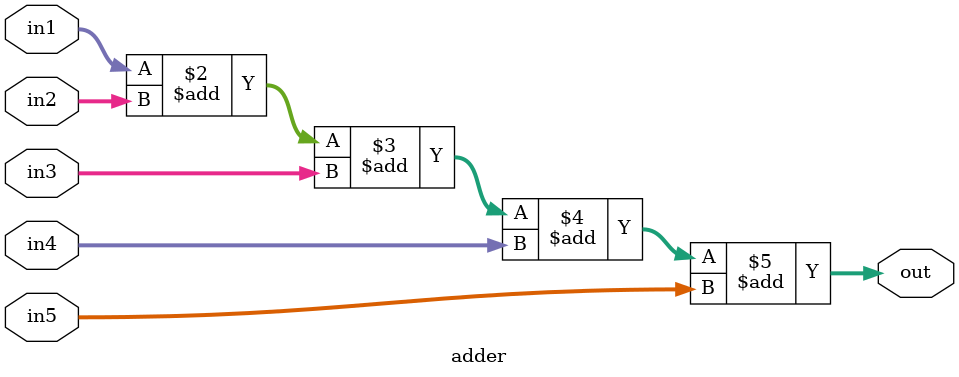
<source format=sv>
module adder
(
    input logic [31:0] in1, in2, in3, in4, in5,
    output logic [31:0] out 
);

always_comb begin
    out = in1 + in2 + in3 + in4 + in5;
end

endmodule
</source>
